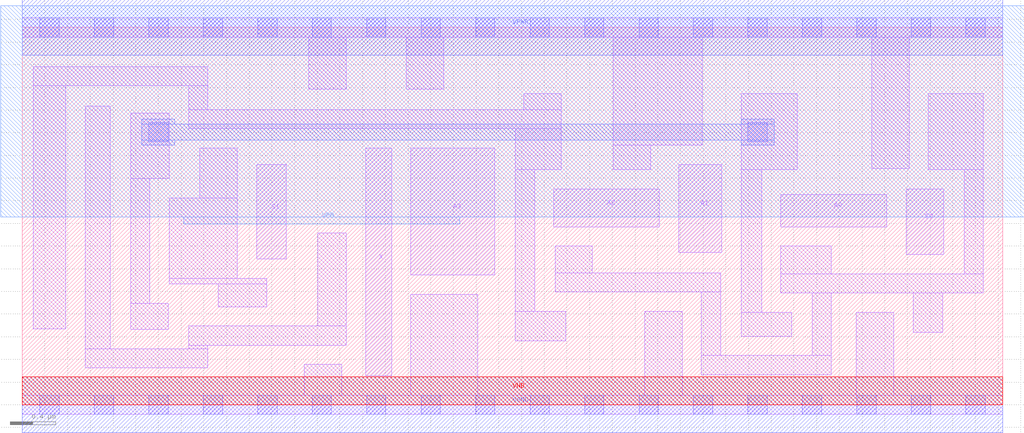
<source format=lef>
# Copyright 2020 The SkyWater PDK Authors
#
# Licensed under the Apache License, Version 2.0 (the "License");
# you may not use this file except in compliance with the License.
# You may obtain a copy of the License at
#
#     https://www.apache.org/licenses/LICENSE-2.0
#
# Unless required by applicable law or agreed to in writing, software
# distributed under the License is distributed on an "AS IS" BASIS,
# WITHOUT WARRANTIES OR CONDITIONS OF ANY KIND, either express or implied.
# See the License for the specific language governing permissions and
# limitations under the License.
#
# SPDX-License-Identifier: Apache-2.0

VERSION 5.7 ;
  NOWIREEXTENSIONATPIN ON ;
  DIVIDERCHAR "/" ;
  BUSBITCHARS "[]" ;
MACRO sky130_fd_sc_lp__mux4_2
  CLASS CORE ;
  FOREIGN sky130_fd_sc_lp__mux4_2 ;
  ORIGIN  0.000000  0.000000 ;
  SIZE  8.640000 BY  3.330000 ;
  SYMMETRY X Y R90 ;
  SITE unit ;
  PIN A0
    ANTENNAGATEAREA  0.159000 ;
    DIRECTION INPUT ;
    USE SIGNAL ;
    PORT
      LAYER li1 ;
        RECT 6.685000 1.570000 7.620000 1.855000 ;
    END
  END A0
  PIN A1
    ANTENNAGATEAREA  0.159000 ;
    DIRECTION INPUT ;
    USE SIGNAL ;
    PORT
      LAYER li1 ;
        RECT 5.785000 1.345000 6.165000 2.120000 ;
    END
  END A1
  PIN A2
    ANTENNAGATEAREA  0.159000 ;
    DIRECTION INPUT ;
    USE SIGNAL ;
    PORT
      LAYER li1 ;
        RECT 4.685000 1.570000 5.615000 1.905000 ;
    END
  END A2
  PIN A3
    ANTENNAGATEAREA  0.159000 ;
    DIRECTION INPUT ;
    USE SIGNAL ;
    PORT
      LAYER li1 ;
        RECT 3.425000 1.145000 4.165000 2.265000 ;
    END
  END A3
  PIN S0
    ANTENNAGATEAREA  0.477000 ;
    DIRECTION INPUT ;
    USE SIGNAL ;
    PORT
      LAYER li1 ;
        RECT 7.790000 1.325000 8.120000 1.905000 ;
    END
  END S0
  PIN S1
    ANTENNAGATEAREA  0.318000 ;
    DIRECTION INPUT ;
    USE SIGNAL ;
    PORT
      LAYER li1 ;
        RECT 2.065000 1.285000 2.325000 2.120000 ;
    END
  END S1
  PIN X
    ANTENNADIFFAREA  0.588000 ;
    DIRECTION OUTPUT ;
    USE SIGNAL ;
    PORT
      LAYER li1 ;
        RECT 3.025000 0.255000 3.255000 2.265000 ;
    END
  END X
  PIN VGND
    DIRECTION INOUT ;
    USE GROUND ;
    PORT
      LAYER met1 ;
        RECT 0.000000 -0.245000 8.640000 0.245000 ;
    END
  END VGND
  PIN VNB
    DIRECTION INOUT ;
    USE GROUND ;
    PORT
      LAYER pwell ;
        RECT 0.000000 0.000000 8.640000 0.245000 ;
    END
  END VNB
  PIN VPB
    DIRECTION INOUT ;
    USE POWER ;
    PORT
      LAYER nwell ;
        RECT -0.190000 1.655000 8.830000 3.520000 ;
        RECT  1.425000 1.595000 3.855000 1.655000 ;
    END
  END VPB
  PIN VPWR
    DIRECTION INOUT ;
    USE POWER ;
    PORT
      LAYER met1 ;
        RECT 0.000000 3.085000 8.640000 3.575000 ;
    END
  END VPWR
  OBS
    LAYER li1 ;
      RECT 0.000000 -0.085000 8.640000 0.085000 ;
      RECT 0.000000  3.245000 8.640000 3.415000 ;
      RECT 0.095000  0.670000 0.385000 2.815000 ;
      RECT 0.095000  2.815000 1.635000 2.985000 ;
      RECT 0.555000  0.325000 1.635000 0.495000 ;
      RECT 0.555000  0.495000 0.775000 2.635000 ;
      RECT 0.955000  0.665000 1.285000 0.895000 ;
      RECT 0.955000  0.895000 1.125000 1.995000 ;
      RECT 0.955000  1.995000 1.295000 2.575000 ;
      RECT 1.295000  1.065000 2.155000 1.115000 ;
      RECT 1.295000  1.115000 1.895000 1.825000 ;
      RECT 1.465000  0.495000 1.635000 0.525000 ;
      RECT 1.465000  0.525000 2.855000 0.695000 ;
      RECT 1.465000  2.435000 4.750000 2.605000 ;
      RECT 1.465000  2.605000 1.635000 2.815000 ;
      RECT 1.565000  1.825000 1.895000 2.265000 ;
      RECT 1.725000  0.865000 2.155000 1.065000 ;
      RECT 2.485000  0.085000 2.815000 0.355000 ;
      RECT 2.525000  2.785000 2.855000 3.245000 ;
      RECT 2.605000  0.695000 2.855000 1.515000 ;
      RECT 3.385000  2.785000 3.715000 3.245000 ;
      RECT 3.425000  0.085000 4.015000 0.975000 ;
      RECT 4.345000  0.565000 4.790000 0.825000 ;
      RECT 4.345000  0.825000 4.515000 2.075000 ;
      RECT 4.345000  2.075000 4.750000 2.435000 ;
      RECT 4.420000  2.605000 4.750000 2.745000 ;
      RECT 4.695000  0.995000 6.155000 1.165000 ;
      RECT 4.695000  1.165000 5.025000 1.400000 ;
      RECT 5.210000  2.075000 5.540000 2.290000 ;
      RECT 5.210000  2.290000 5.990000 3.245000 ;
      RECT 5.485000  0.085000 5.815000 0.825000 ;
      RECT 5.985000  0.265000 7.130000 0.435000 ;
      RECT 5.985000  0.435000 6.155000 0.995000 ;
      RECT 6.335000  0.605000 6.780000 0.815000 ;
      RECT 6.335000  0.815000 6.515000 2.075000 ;
      RECT 6.335000  2.075000 6.830000 2.745000 ;
      RECT 6.685000  0.985000 8.470000 1.155000 ;
      RECT 6.685000  1.155000 7.130000 1.400000 ;
      RECT 6.960000  0.435000 7.130000 0.985000 ;
      RECT 7.350000  0.085000 7.680000 0.815000 ;
      RECT 7.485000  2.085000 7.815000 3.245000 ;
      RECT 7.850000  0.640000 8.110000 0.985000 ;
      RECT 7.985000  2.075000 8.470000 2.745000 ;
      RECT 8.300000  1.155000 8.470000 2.075000 ;
    LAYER mcon ;
      RECT 0.155000 -0.085000 0.325000 0.085000 ;
      RECT 0.155000  3.245000 0.325000 3.415000 ;
      RECT 0.635000 -0.085000 0.805000 0.085000 ;
      RECT 0.635000  3.245000 0.805000 3.415000 ;
      RECT 1.115000 -0.085000 1.285000 0.085000 ;
      RECT 1.115000  2.320000 1.285000 2.490000 ;
      RECT 1.115000  3.245000 1.285000 3.415000 ;
      RECT 1.595000 -0.085000 1.765000 0.085000 ;
      RECT 1.595000  3.245000 1.765000 3.415000 ;
      RECT 2.075000 -0.085000 2.245000 0.085000 ;
      RECT 2.075000  3.245000 2.245000 3.415000 ;
      RECT 2.555000 -0.085000 2.725000 0.085000 ;
      RECT 2.555000  3.245000 2.725000 3.415000 ;
      RECT 3.035000 -0.085000 3.205000 0.085000 ;
      RECT 3.035000  3.245000 3.205000 3.415000 ;
      RECT 3.515000 -0.085000 3.685000 0.085000 ;
      RECT 3.515000  3.245000 3.685000 3.415000 ;
      RECT 3.995000 -0.085000 4.165000 0.085000 ;
      RECT 3.995000  3.245000 4.165000 3.415000 ;
      RECT 4.475000 -0.085000 4.645000 0.085000 ;
      RECT 4.475000  3.245000 4.645000 3.415000 ;
      RECT 4.955000 -0.085000 5.125000 0.085000 ;
      RECT 4.955000  3.245000 5.125000 3.415000 ;
      RECT 5.435000 -0.085000 5.605000 0.085000 ;
      RECT 5.435000  3.245000 5.605000 3.415000 ;
      RECT 5.915000 -0.085000 6.085000 0.085000 ;
      RECT 5.915000  3.245000 6.085000 3.415000 ;
      RECT 6.395000 -0.085000 6.565000 0.085000 ;
      RECT 6.395000  2.320000 6.565000 2.490000 ;
      RECT 6.395000  3.245000 6.565000 3.415000 ;
      RECT 6.875000 -0.085000 7.045000 0.085000 ;
      RECT 6.875000  3.245000 7.045000 3.415000 ;
      RECT 7.355000 -0.085000 7.525000 0.085000 ;
      RECT 7.355000  3.245000 7.525000 3.415000 ;
      RECT 7.835000 -0.085000 8.005000 0.085000 ;
      RECT 7.835000  3.245000 8.005000 3.415000 ;
      RECT 8.315000 -0.085000 8.485000 0.085000 ;
      RECT 8.315000  3.245000 8.485000 3.415000 ;
    LAYER met1 ;
      RECT 1.055000 2.290000 1.345000 2.335000 ;
      RECT 1.055000 2.335000 6.625000 2.475000 ;
      RECT 1.055000 2.475000 1.345000 2.520000 ;
      RECT 6.335000 2.290000 6.625000 2.335000 ;
      RECT 6.335000 2.475000 6.625000 2.520000 ;
  END
END sky130_fd_sc_lp__mux4_2
END LIBRARY

</source>
